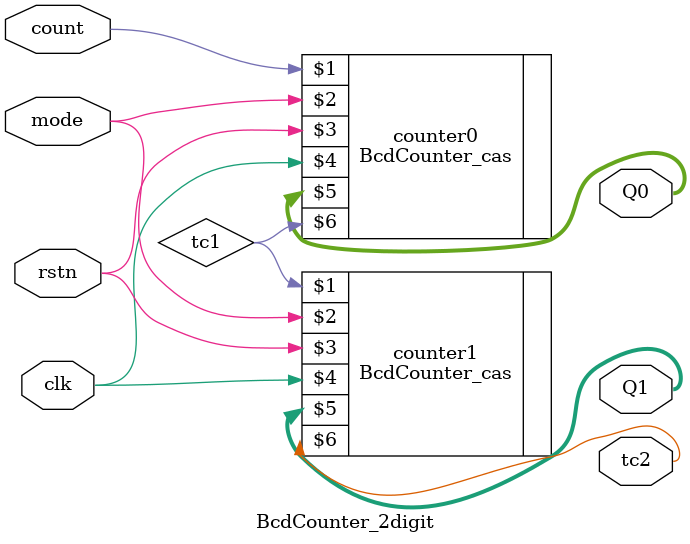
<source format=v>
`timescale 1ns / 1ps


module BcdCounter_2digit(input count, input mode, input rstn, input clk, output [3:0] Q0, output [3:0] Q1, output tc2);

BcdCounter_cas counter0 (count, mode, rstn, clk, Q0, tc1);
BcdCounter_cas counter1 (tc1, mode, rstn, clk, Q1, tc2);

endmodule

</source>
